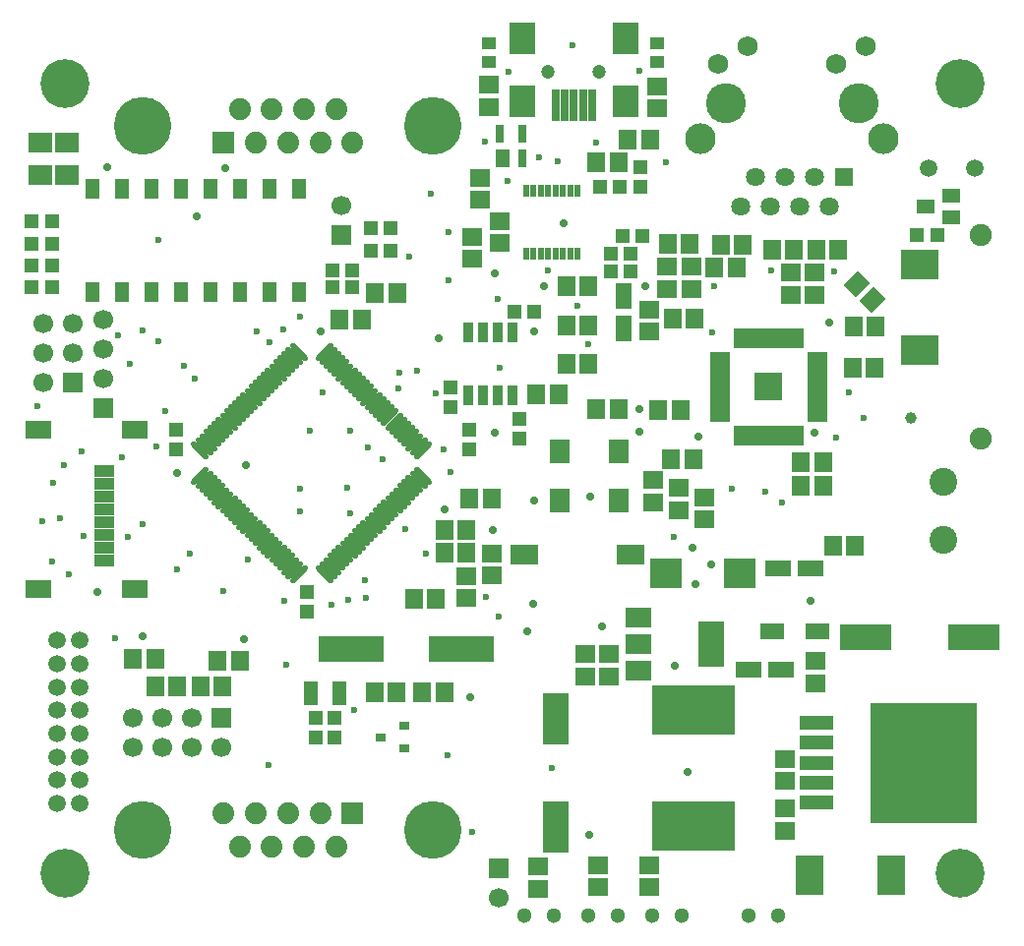
<source format=gts>
G04 Layer_Color=8388736*
%FSLAX42Y42*%
%MOMM*%
G71*
G01*
G75*
%ADD74C,1.00*%
%ADD98R,1.30X1.20*%
%ADD99R,1.20X1.30*%
G04:AMPARAMS|DCode=100|XSize=0.5mm|YSize=2mm|CornerRadius=0mm|HoleSize=0mm|Usage=FLASHONLY|Rotation=135.000|XOffset=0mm|YOffset=0mm|HoleType=Round|Shape=Round|*
%AMOVALD100*
21,1,1.50,0.50,0.00,0.00,225.0*
1,1,0.50,0.53,0.53*
1,1,0.50,-0.53,-0.53*
%
%ADD100OVALD100*%

G04:AMPARAMS|DCode=101|XSize=0.5mm|YSize=2mm|CornerRadius=0mm|HoleSize=0mm|Usage=FLASHONLY|Rotation=225.000|XOffset=0mm|YOffset=0mm|HoleType=Round|Shape=Round|*
%AMOVALD101*
21,1,1.50,0.50,0.00,0.00,315.0*
1,1,0.50,-0.53,0.53*
1,1,0.50,0.53,-0.53*
%
%ADD101OVALD101*%

%ADD102R,1.70X1.50*%
%ADD103R,2.30X4.50*%
%ADD104R,3.30X2.50*%
%ADD105R,1.20X2.00*%
%ADD106R,1.70X1.00*%
%ADD107R,2.20X1.65*%
%ADD108R,1.15X1.00*%
%ADD109R,4.50X2.30*%
%ADD110R,7.20X4.20*%
%ADD111R,1.80X2.00*%
%ADD112R,0.61X1.12*%
%ADD113R,2.41X2.41*%
%ADD114R,0.48X1.68*%
%ADD115R,1.68X0.48*%
%ADD116R,2.90X1.22*%
%ADD117R,9.14X10.36*%
%ADD118R,2.40X3.35*%
%ADD119R,2.15X1.45*%
%ADD120R,1.30X1.70*%
%ADD121R,2.00X1.80*%
%ADD122R,1.50X1.70*%
%ADD123R,5.70X2.20*%
%ADD124R,2.20X1.40*%
%ADD125R,1.40X2.20*%
%ADD126R,2.38X1.80*%
%ADD127R,0.79X1.50*%
%ADD128R,1.19X1.50*%
%ADD129R,2.20X2.70*%
%ADD130R,0.80X2.70*%
%ADD131R,0.85X1.73*%
G04:AMPARAMS|DCode=132|XSize=1.7mm|YSize=1.5mm|CornerRadius=0mm|HoleSize=0mm|Usage=FLASHONLY|Rotation=45.000|XOffset=0mm|YOffset=0mm|HoleType=Round|Shape=Rectangle|*
%AMROTATEDRECTD132*
4,1,4,-0.07,-1.13,-1.13,-0.07,0.07,1.13,1.13,0.07,-0.07,-1.13,0.0*
%
%ADD132ROTATEDRECTD132*%

%ADD133R,2.80X2.60*%
%ADD134R,2.21X4.01*%
%ADD135R,2.21X1.70*%
%ADD136R,0.90X0.80*%
%ADD137R,1.60X1.20*%
%ADD138R,1.70X1.70*%
%ADD139C,1.70*%
%ADD140C,1.30*%
%ADD141C,2.40*%
%ADD142R,1.63X1.63*%
%ADD143C,1.63*%
%ADD144C,1.73*%
%ADD145C,2.64*%
%ADD146C,3.45*%
%ADD147C,4.20*%
%ADD148R,1.70X1.70*%
%ADD149C,1.90*%
%ADD150C,1.20*%
%ADD151C,4.96*%
%ADD152R,1.89X1.89*%
%ADD153C,1.89*%
%ADD154C,1.50*%
%ADD155C,0.60*%
%ADD156C,0.70*%
D74*
X7730Y4520D02*
D03*
D98*
X5055Y6510D02*
D03*
X5225D02*
D03*
X4485Y5430D02*
D03*
X4315D02*
D03*
X5320Y5780D02*
D03*
X5150D02*
D03*
Y5930D02*
D03*
X5320D02*
D03*
X5420Y6080D02*
D03*
X5250D02*
D03*
X165Y5640D02*
D03*
X335D02*
D03*
X165Y5830D02*
D03*
X335D02*
D03*
X165Y6020D02*
D03*
X335D02*
D03*
X165Y6210D02*
D03*
X335D02*
D03*
X3255Y6150D02*
D03*
X3085D02*
D03*
X3255Y5960D02*
D03*
X3085D02*
D03*
X2925Y5790D02*
D03*
X2755D02*
D03*
X2925Y5640D02*
D03*
X2755D02*
D03*
X7785Y6090D02*
D03*
X7955D02*
D03*
D99*
X5400Y6675D02*
D03*
Y6505D02*
D03*
X2530Y2850D02*
D03*
Y3020D02*
D03*
X1405Y4415D02*
D03*
Y4245D02*
D03*
X3927Y4415D02*
D03*
Y4245D02*
D03*
X4363Y4340D02*
D03*
Y4510D02*
D03*
X2610Y1765D02*
D03*
Y1935D02*
D03*
X2770Y1765D02*
D03*
Y1935D02*
D03*
X3770Y4610D02*
D03*
Y4780D02*
D03*
D100*
X2460Y3172D02*
D03*
X2425Y3207D02*
D03*
X2390Y3243D02*
D03*
X2354Y3278D02*
D03*
X2319Y3313D02*
D03*
X2284Y3349D02*
D03*
X2248Y3384D02*
D03*
X2213Y3419D02*
D03*
X2178Y3455D02*
D03*
X2142Y3490D02*
D03*
X2107Y3525D02*
D03*
X2071Y3561D02*
D03*
X2036Y3596D02*
D03*
X2001Y3631D02*
D03*
X1965Y3667D02*
D03*
X1930Y3702D02*
D03*
X1895Y3738D02*
D03*
X1859Y3773D02*
D03*
X1824Y3808D02*
D03*
X1789Y3844D02*
D03*
X1753Y3879D02*
D03*
X1718Y3914D02*
D03*
X1683Y3950D02*
D03*
X1647Y3985D02*
D03*
X1612Y4020D02*
D03*
X2680Y5088D02*
D03*
X2715Y5053D02*
D03*
X2750Y5017D02*
D03*
X2786Y4982D02*
D03*
X2821Y4947D02*
D03*
X2856Y4911D02*
D03*
X2892Y4876D02*
D03*
X2927Y4841D02*
D03*
X2962Y4805D02*
D03*
X2998Y4770D02*
D03*
X3033Y4735D02*
D03*
X3069Y4699D02*
D03*
X3104Y4664D02*
D03*
X3139Y4629D02*
D03*
X3175Y4593D02*
D03*
X3210Y4558D02*
D03*
X3245Y4522D02*
D03*
X3281Y4487D02*
D03*
X3316Y4452D02*
D03*
X3351Y4416D02*
D03*
X3387Y4381D02*
D03*
X3422Y4346D02*
D03*
X3457Y4310D02*
D03*
X3493Y4275D02*
D03*
X3528Y4240D02*
D03*
D101*
X1612Y4240D02*
D03*
X1647Y4275D02*
D03*
X1683Y4310D02*
D03*
X1718Y4346D02*
D03*
X1753Y4381D02*
D03*
X1789Y4416D02*
D03*
X1824Y4452D02*
D03*
X1859Y4487D02*
D03*
X1895Y4522D02*
D03*
X1930Y4558D02*
D03*
X1965Y4593D02*
D03*
X2001Y4629D02*
D03*
X2036Y4664D02*
D03*
X2071Y4699D02*
D03*
X2107Y4735D02*
D03*
X2142Y4770D02*
D03*
X2178Y4805D02*
D03*
X2213Y4841D02*
D03*
X2248Y4876D02*
D03*
X2284Y4911D02*
D03*
X2319Y4947D02*
D03*
X2354Y4982D02*
D03*
X2390Y5017D02*
D03*
X2425Y5053D02*
D03*
X2460Y5088D02*
D03*
X3528Y4020D02*
D03*
X3493Y3985D02*
D03*
X3457Y3950D02*
D03*
X3422Y3914D02*
D03*
X3387Y3879D02*
D03*
X3351Y3844D02*
D03*
X3316Y3808D02*
D03*
X3281Y3773D02*
D03*
X3245Y3738D02*
D03*
X3210Y3702D02*
D03*
X3175Y3667D02*
D03*
X3139Y3631D02*
D03*
X3104Y3596D02*
D03*
X3069Y3561D02*
D03*
X3033Y3525D02*
D03*
X2998Y3490D02*
D03*
X2962Y3455D02*
D03*
X2927Y3419D02*
D03*
X2892Y3384D02*
D03*
X2856Y3349D02*
D03*
X2821Y3313D02*
D03*
X2786Y3278D02*
D03*
X2750Y3243D02*
D03*
X2715Y3207D02*
D03*
X2680Y3172D02*
D03*
D102*
X3900Y3155D02*
D03*
Y2965D02*
D03*
X4925Y2485D02*
D03*
Y2295D02*
D03*
X4122Y3160D02*
D03*
Y3350D02*
D03*
X4025Y6585D02*
D03*
Y6395D02*
D03*
X5475Y5260D02*
D03*
Y5450D02*
D03*
X3950Y5885D02*
D03*
Y6075D02*
D03*
X4190Y6215D02*
D03*
Y6025D02*
D03*
X4100Y7195D02*
D03*
Y7385D02*
D03*
X5550Y7185D02*
D03*
Y7375D02*
D03*
X6650Y1580D02*
D03*
Y1390D02*
D03*
X6650Y965D02*
D03*
Y1155D02*
D03*
X5630Y5630D02*
D03*
Y5820D02*
D03*
X5840Y5630D02*
D03*
Y5820D02*
D03*
X5950Y3835D02*
D03*
Y3645D02*
D03*
X5730Y3915D02*
D03*
Y3725D02*
D03*
X5510Y3980D02*
D03*
Y3790D02*
D03*
X6700Y5580D02*
D03*
Y5770D02*
D03*
X6900Y5580D02*
D03*
Y5770D02*
D03*
X6910Y2425D02*
D03*
Y2235D02*
D03*
X5480Y665D02*
D03*
Y475D02*
D03*
X4520Y655D02*
D03*
Y465D02*
D03*
X5040Y665D02*
D03*
Y475D02*
D03*
X5130Y2485D02*
D03*
Y2295D02*
D03*
D103*
X4670Y1927D02*
D03*
Y998D02*
D03*
D104*
X7810Y5840D02*
D03*
Y5100D02*
D03*
D105*
X2565Y2150D02*
D03*
X2815D02*
D03*
D106*
X790Y4062D02*
D03*
Y3953D02*
D03*
Y3842D02*
D03*
Y3733D02*
D03*
Y3622D02*
D03*
Y3512D02*
D03*
Y3403D02*
D03*
Y3292D02*
D03*
D107*
X1050Y4420D02*
D03*
Y3045D02*
D03*
X220D02*
D03*
Y4420D02*
D03*
D108*
X5550Y7740D02*
D03*
Y7580D02*
D03*
X4100Y7740D02*
D03*
Y7580D02*
D03*
D109*
X7340Y2630D02*
D03*
X8270D02*
D03*
D110*
X5860Y2000D02*
D03*
Y1000D02*
D03*
D111*
X4706Y3810D02*
D03*
X5214D02*
D03*
Y4230D02*
D03*
X4706D02*
D03*
D112*
X4418Y5928D02*
D03*
X4481D02*
D03*
X4545D02*
D03*
X4608D02*
D03*
X4672D02*
D03*
X4735D02*
D03*
X4799D02*
D03*
X4862D02*
D03*
Y6472D02*
D03*
X4799D02*
D03*
X4735D02*
D03*
X4672D02*
D03*
X4608D02*
D03*
X4545D02*
D03*
X4481D02*
D03*
X4418D02*
D03*
D113*
X6506Y4785D02*
D03*
D114*
X6780Y4364D02*
D03*
X6732D02*
D03*
X6681D02*
D03*
X6630D02*
D03*
X6582D02*
D03*
X6531D02*
D03*
X6480D02*
D03*
X6430D02*
D03*
X6381D02*
D03*
X6331D02*
D03*
X6280D02*
D03*
X6232D02*
D03*
Y5207D02*
D03*
X6280D02*
D03*
X6331D02*
D03*
X6381D02*
D03*
X6430D02*
D03*
X6480D02*
D03*
X6531D02*
D03*
X6582D02*
D03*
X6630D02*
D03*
X6681D02*
D03*
X6732D02*
D03*
X6780D02*
D03*
D115*
X6084Y4511D02*
D03*
Y4559D02*
D03*
Y4610D02*
D03*
Y4661D02*
D03*
Y4709D02*
D03*
Y4760D02*
D03*
Y4811D02*
D03*
Y4861D02*
D03*
Y4910D02*
D03*
Y4961D02*
D03*
Y5011D02*
D03*
Y5060D02*
D03*
X6927D02*
D03*
Y5011D02*
D03*
Y4961D02*
D03*
Y4910D02*
D03*
Y4861D02*
D03*
Y4811D02*
D03*
Y4760D02*
D03*
Y4709D02*
D03*
Y4661D02*
D03*
Y4610D02*
D03*
Y4559D02*
D03*
Y4511D02*
D03*
D116*
X6918Y1890D02*
D03*
Y1720D02*
D03*
Y1550D02*
D03*
Y1380D02*
D03*
Y1210D02*
D03*
D117*
X7838Y1550D02*
D03*
D118*
X7560Y582D02*
D03*
X6860D02*
D03*
D119*
X6928Y2677D02*
D03*
X6538D02*
D03*
D120*
X1704Y5600D02*
D03*
X1450D02*
D03*
X2212D02*
D03*
X942Y6490D02*
D03*
X688D02*
D03*
X2466Y5600D02*
D03*
X1958D02*
D03*
X688D02*
D03*
X1196D02*
D03*
X942D02*
D03*
X1196Y6490D02*
D03*
X1450D02*
D03*
X1704D02*
D03*
X1958D02*
D03*
X2212D02*
D03*
X2466D02*
D03*
D121*
X238Y6889D02*
D03*
Y6609D02*
D03*
X470Y6890D02*
D03*
Y6610D02*
D03*
D122*
X3120Y5595D02*
D03*
X3310D02*
D03*
X3005Y5365D02*
D03*
X2815D02*
D03*
X1765Y2425D02*
D03*
X1955D02*
D03*
X3715Y2155D02*
D03*
X3525D02*
D03*
X3305D02*
D03*
X3115D02*
D03*
X3930Y3825D02*
D03*
X4120D02*
D03*
X3905Y3555D02*
D03*
X3715D02*
D03*
X3905Y3355D02*
D03*
X3715D02*
D03*
X7060Y3420D02*
D03*
X7250D02*
D03*
X6785Y3935D02*
D03*
X6975D02*
D03*
X6785Y4135D02*
D03*
X6975D02*
D03*
X5855Y4165D02*
D03*
X5665D02*
D03*
X5745Y4585D02*
D03*
X5555D02*
D03*
X5215Y4595D02*
D03*
X5025D02*
D03*
X5485Y6915D02*
D03*
X5295D02*
D03*
X5025Y6715D02*
D03*
X5215D02*
D03*
X7235Y5305D02*
D03*
X7425D02*
D03*
X6915Y5965D02*
D03*
X7105D02*
D03*
X6535D02*
D03*
X6725D02*
D03*
X5870Y5375D02*
D03*
X5680D02*
D03*
X6230Y5815D02*
D03*
X6040D02*
D03*
X5825Y6015D02*
D03*
X5635D02*
D03*
X3645Y2960D02*
D03*
X3455D02*
D03*
X7230Y4950D02*
D03*
X7420D02*
D03*
X4695Y4720D02*
D03*
X4505D02*
D03*
X4955Y5650D02*
D03*
X4765D02*
D03*
X4955Y4980D02*
D03*
X4765D02*
D03*
X4955Y5310D02*
D03*
X4765D02*
D03*
X6285Y6010D02*
D03*
X6095D02*
D03*
X1615Y2210D02*
D03*
X1805D02*
D03*
X1035Y2440D02*
D03*
X1225D02*
D03*
X1415Y2210D02*
D03*
X1225D02*
D03*
D123*
X2915Y2530D02*
D03*
X3865D02*
D03*
D124*
X6330Y2350D02*
D03*
X6610D02*
D03*
X6590Y3220D02*
D03*
X6870D02*
D03*
D125*
X5260Y5570D02*
D03*
Y5290D02*
D03*
D126*
X4400Y3340D02*
D03*
X5320D02*
D03*
D127*
X4194Y6962D02*
D03*
X4386D02*
D03*
Y6757D02*
D03*
D128*
X4214D02*
D03*
D129*
X4385Y7787D02*
D03*
X5275D02*
D03*
X4385Y7242D02*
D03*
X5275D02*
D03*
D130*
X4670Y7212D02*
D03*
X4750D02*
D03*
X4830D02*
D03*
X4910D02*
D03*
X4990D02*
D03*
D131*
X4300Y5251D02*
D03*
X4173D02*
D03*
X4046D02*
D03*
X3919D02*
D03*
Y4709D02*
D03*
X4046D02*
D03*
X4173D02*
D03*
X4300D02*
D03*
D132*
X7263Y5667D02*
D03*
X7397Y5533D02*
D03*
D133*
X5620Y3180D02*
D03*
X6260D02*
D03*
D134*
X6015Y2570D02*
D03*
D135*
X5385Y2339D02*
D03*
Y2567D02*
D03*
Y2796D02*
D03*
D136*
X3170Y1770D02*
D03*
X3370Y1865D02*
D03*
Y1675D02*
D03*
D137*
X7860Y6340D02*
D03*
X8080Y6435D02*
D03*
Y6245D02*
D03*
D138*
X2830Y6093D02*
D03*
X780Y4602D02*
D03*
X520Y4826D02*
D03*
X4180Y637D02*
D03*
D139*
X2830Y6347D02*
D03*
X780Y5364D02*
D03*
Y5110D02*
D03*
Y4856D02*
D03*
X266Y5334D02*
D03*
X520D02*
D03*
X266Y5080D02*
D03*
X520D02*
D03*
X266Y4826D02*
D03*
X1032Y1681D02*
D03*
Y1935D02*
D03*
X1286Y1681D02*
D03*
Y1935D02*
D03*
X1540Y1681D02*
D03*
Y1935D02*
D03*
X1794Y1681D02*
D03*
X4180Y383D02*
D03*
D140*
X6330Y230D02*
D03*
X6584D02*
D03*
X5500D02*
D03*
X5754D02*
D03*
X4950D02*
D03*
X5204D02*
D03*
X4400D02*
D03*
X4654D02*
D03*
D141*
X8010Y3470D02*
D03*
Y3970D02*
D03*
D142*
X7153Y6595D02*
D03*
D143*
X7026Y6341D02*
D03*
X6899Y6595D02*
D03*
X6772Y6341D02*
D03*
X6645Y6595D02*
D03*
X6518Y6341D02*
D03*
X6391Y6595D02*
D03*
X6264Y6341D02*
D03*
D144*
X7341Y7720D02*
D03*
X7087Y7568D02*
D03*
X6327Y7720D02*
D03*
X6073Y7568D02*
D03*
D145*
X5921Y6925D02*
D03*
X7496D02*
D03*
D146*
X6137Y7230D02*
D03*
X7280D02*
D03*
D147*
X8150Y600D02*
D03*
X450Y7400D02*
D03*
Y600D02*
D03*
X8150Y7400D02*
D03*
D148*
X1794Y1935D02*
D03*
D149*
X8335Y6090D02*
D03*
Y4340D02*
D03*
D150*
X5050Y7500D02*
D03*
X4610D02*
D03*
D151*
X1120Y970D02*
D03*
X3619D02*
D03*
Y7030D02*
D03*
X1120D02*
D03*
D152*
X2924Y1112D02*
D03*
X1816Y6888D02*
D03*
D153*
X2785Y828D02*
D03*
X2647Y1112D02*
D03*
X2508Y828D02*
D03*
X2369Y1112D02*
D03*
X2231Y828D02*
D03*
X2092Y1112D02*
D03*
X1954Y828D02*
D03*
X1816Y1112D02*
D03*
X1954Y7172D02*
D03*
X2092Y6888D02*
D03*
X2231Y7172D02*
D03*
X2369Y6888D02*
D03*
X2508Y7172D02*
D03*
X2647Y6888D02*
D03*
X2785Y7172D02*
D03*
X2924Y6888D02*
D03*
D154*
X580Y1200D02*
D03*
X380D02*
D03*
X580Y1400D02*
D03*
X380D02*
D03*
X580Y1600D02*
D03*
X380D02*
D03*
X580Y1800D02*
D03*
X380D02*
D03*
X580Y2000D02*
D03*
X380D02*
D03*
X580Y2200D02*
D03*
X380D02*
D03*
X580Y2400D02*
D03*
X380D02*
D03*
X580Y2600D02*
D03*
X380D02*
D03*
X7880Y6670D02*
D03*
X8280D02*
D03*
D155*
X5620Y6720D02*
D03*
X6190Y3910D02*
D03*
X6480Y3880D02*
D03*
X7200Y4740D02*
D03*
X5690Y3490D02*
D03*
X2900Y4410D02*
D03*
X2880Y3920D02*
D03*
X4190Y4950D02*
D03*
X3180Y4160D02*
D03*
X3060Y4260D02*
D03*
X3710Y4250D02*
D03*
X2560Y4410D02*
D03*
X2470Y3910D02*
D03*
Y3710D02*
D03*
X3560Y3350D02*
D03*
X2200Y1530D02*
D03*
X410Y3655D02*
D03*
X2940Y2000D02*
D03*
X1570Y4860D02*
D03*
X1250Y5180D02*
D03*
X1470Y4970D02*
D03*
X1010Y4980D02*
D03*
X4180Y2810D02*
D03*
X1250Y6050D02*
D03*
X3950Y950D02*
D03*
X4640Y1500D02*
D03*
X1120Y5270D02*
D03*
X910Y5230D02*
D03*
X4170Y5540D02*
D03*
X3750Y5700D02*
D03*
X2470Y5390D02*
D03*
X2340Y2940D02*
D03*
X3410Y5910D02*
D03*
X4070Y2980D02*
D03*
X3600Y6450D02*
D03*
X4610Y5790D02*
D03*
X4060Y6900D02*
D03*
X3640Y4730D02*
D03*
X2100Y5260D02*
D03*
X2210Y5170D02*
D03*
X7090Y4350D02*
D03*
X7070Y5780D02*
D03*
X7320Y4520D02*
D03*
X6530Y5790D02*
D03*
X6040Y5650D02*
D03*
X6620Y3790D02*
D03*
X3320Y4770D02*
D03*
X3330Y4910D02*
D03*
X3480Y4920D02*
D03*
X4950Y5150D02*
D03*
X4860Y5480D02*
D03*
X6020Y5250D02*
D03*
X2330Y5280D02*
D03*
X3770Y4050D02*
D03*
X2670Y4740D02*
D03*
X2020Y3300D02*
D03*
X880Y2620D02*
D03*
X1810Y3030D02*
D03*
X4820Y7730D02*
D03*
X3750Y6120D02*
D03*
X3380Y3560D02*
D03*
X3030Y3120D02*
D03*
X2740Y2910D02*
D03*
X2890Y2950D02*
D03*
X3040Y2970D02*
D03*
X3740Y1610D02*
D03*
X2350Y2390D02*
D03*
X4530Y6760D02*
D03*
X4690Y6730D02*
D03*
X250Y3630D02*
D03*
X2900Y3700D02*
D03*
X4260Y6560D02*
D03*
X1520Y3350D02*
D03*
X1410Y3210D02*
D03*
X1310Y4580D02*
D03*
X940Y4180D02*
D03*
X340Y3280D02*
D03*
X480Y3170D02*
D03*
X610Y3500D02*
D03*
X345Y3960D02*
D03*
X1240Y4270D02*
D03*
X210Y4620D02*
D03*
X590Y4230D02*
D03*
X440Y4110D02*
D03*
X5020Y6890D02*
D03*
X4270Y7500D02*
D03*
X5390Y7510D02*
D03*
X990Y3490D02*
D03*
X1120Y3600D02*
D03*
D156*
X6010Y3260D02*
D03*
X4480Y2920D02*
D03*
X810Y6680D02*
D03*
X4430Y2680D02*
D03*
X4960Y930D02*
D03*
X6870Y2940D02*
D03*
X5070Y2720D02*
D03*
X5810Y1470D02*
D03*
X2010Y4110D02*
D03*
X730Y3020D02*
D03*
X4570Y5650D02*
D03*
X1412Y4040D02*
D03*
X1990Y2610D02*
D03*
X2650Y5260D02*
D03*
X4150Y5760D02*
D03*
X4130Y3550D02*
D03*
X6900Y4390D02*
D03*
X4490Y3810D02*
D03*
X3720Y3730D02*
D03*
X5390Y4400D02*
D03*
X4740Y6190D02*
D03*
X4150Y4390D02*
D03*
X3670Y5200D02*
D03*
X4490Y5260D02*
D03*
X5440Y5650D02*
D03*
X3940Y2110D02*
D03*
X7030Y5340D02*
D03*
X4970Y3840D02*
D03*
X1580Y6250D02*
D03*
X5900Y4360D02*
D03*
X5390Y4590D02*
D03*
X5700Y2380D02*
D03*
X5850Y3400D02*
D03*
X5880Y3090D02*
D03*
X1830Y6670D02*
D03*
X1115Y2635D02*
D03*
M02*

</source>
